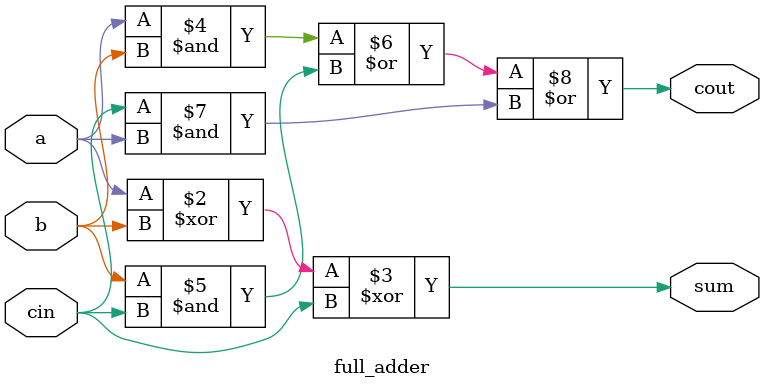
<source format=sv>
module full_adder (
    input logic a,      // First input
    input logic b,      // Second input
    input logic cin,    // Carry-in input
    output logic sum,   // Sum output
    output logic cout   // Carry-out output
);

    // Combinational logic for full adder
    always_comb begin
        sum  = a ^ b ^ cin;            // XOR for sum
        cout = (a & b) | (b & cin) | (cin & a); // Carry-out logic
    end

endmodule

</source>
